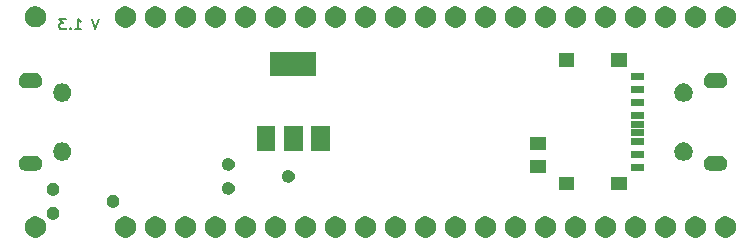
<source format=gbs>
G04 #@! TF.GenerationSoftware,KiCad,Pcbnew,(5.1.5)-3*
G04 #@! TF.CreationDate,2020-05-12T20:49:58+02:00*
G04 #@! TF.ProjectId,TinyK22,54696e79-4b32-4322-9e6b-696361645f70,1.0*
G04 #@! TF.SameCoordinates,Original*
G04 #@! TF.FileFunction,Soldermask,Bot*
G04 #@! TF.FilePolarity,Negative*
%FSLAX46Y46*%
G04 Gerber Fmt 4.6, Leading zero omitted, Abs format (unit mm)*
G04 Created by KiCad (PCBNEW (5.1.5)-3) date 2020-05-12 20:49:58*
%MOMM*%
%LPD*%
G04 APERTURE LIST*
%ADD10C,0.170000*%
%ADD11C,0.100000*%
G04 APERTURE END LIST*
D10*
X7803785Y-1507142D02*
X7503785Y-2407142D01*
X7203785Y-1507142D01*
X5746642Y-2407142D02*
X6260928Y-2407142D01*
X6003785Y-2407142D02*
X6003785Y-1507142D01*
X6089500Y-1635714D01*
X6175214Y-1721428D01*
X6260928Y-1764285D01*
X5360928Y-2321428D02*
X5318071Y-2364285D01*
X5360928Y-2407142D01*
X5403785Y-2364285D01*
X5360928Y-2321428D01*
X5360928Y-2407142D01*
X5018071Y-1507142D02*
X4460928Y-1507142D01*
X4760928Y-1850000D01*
X4632357Y-1850000D01*
X4546642Y-1892857D01*
X4503785Y-1935714D01*
X4460928Y-2021428D01*
X4460928Y-2235714D01*
X4503785Y-2321428D01*
X4546642Y-2364285D01*
X4632357Y-2407142D01*
X4889500Y-2407142D01*
X4975214Y-2364285D01*
X5018071Y-2321428D01*
D11*
G36*
X56027520Y-18274586D02*
G01*
X56191310Y-18342430D01*
X56338717Y-18440924D01*
X56464076Y-18566283D01*
X56562570Y-18713690D01*
X56630414Y-18877480D01*
X56665000Y-19051358D01*
X56665000Y-19228642D01*
X56630414Y-19402520D01*
X56562570Y-19566310D01*
X56464076Y-19713717D01*
X56338717Y-19839076D01*
X56191310Y-19937570D01*
X56027520Y-20005414D01*
X55853642Y-20040000D01*
X55676358Y-20040000D01*
X55502480Y-20005414D01*
X55338690Y-19937570D01*
X55191283Y-19839076D01*
X55065924Y-19713717D01*
X54967430Y-19566310D01*
X54899586Y-19402520D01*
X54865000Y-19228642D01*
X54865000Y-19051358D01*
X54899586Y-18877480D01*
X54967430Y-18713690D01*
X55065924Y-18566283D01*
X55191283Y-18440924D01*
X55338690Y-18342430D01*
X55502480Y-18274586D01*
X55676358Y-18240000D01*
X55853642Y-18240000D01*
X56027520Y-18274586D01*
G37*
G36*
X38247520Y-18274586D02*
G01*
X38411310Y-18342430D01*
X38558717Y-18440924D01*
X38684076Y-18566283D01*
X38782570Y-18713690D01*
X38850414Y-18877480D01*
X38885000Y-19051358D01*
X38885000Y-19228642D01*
X38850414Y-19402520D01*
X38782570Y-19566310D01*
X38684076Y-19713717D01*
X38558717Y-19839076D01*
X38411310Y-19937570D01*
X38247520Y-20005414D01*
X38073642Y-20040000D01*
X37896358Y-20040000D01*
X37722480Y-20005414D01*
X37558690Y-19937570D01*
X37411283Y-19839076D01*
X37285924Y-19713717D01*
X37187430Y-19566310D01*
X37119586Y-19402520D01*
X37085000Y-19228642D01*
X37085000Y-19051358D01*
X37119586Y-18877480D01*
X37187430Y-18713690D01*
X37285924Y-18566283D01*
X37411283Y-18440924D01*
X37558690Y-18342430D01*
X37722480Y-18274586D01*
X37896358Y-18240000D01*
X38073642Y-18240000D01*
X38247520Y-18274586D01*
G37*
G36*
X61107520Y-18274586D02*
G01*
X61271310Y-18342430D01*
X61418717Y-18440924D01*
X61544076Y-18566283D01*
X61642570Y-18713690D01*
X61710414Y-18877480D01*
X61745000Y-19051358D01*
X61745000Y-19228642D01*
X61710414Y-19402520D01*
X61642570Y-19566310D01*
X61544076Y-19713717D01*
X61418717Y-19839076D01*
X61271310Y-19937570D01*
X61107520Y-20005414D01*
X60933642Y-20040000D01*
X60756358Y-20040000D01*
X60582480Y-20005414D01*
X60418690Y-19937570D01*
X60271283Y-19839076D01*
X60145924Y-19713717D01*
X60047430Y-19566310D01*
X59979586Y-19402520D01*
X59945000Y-19228642D01*
X59945000Y-19051358D01*
X59979586Y-18877480D01*
X60047430Y-18713690D01*
X60145924Y-18566283D01*
X60271283Y-18440924D01*
X60418690Y-18342430D01*
X60582480Y-18274586D01*
X60756358Y-18240000D01*
X60933642Y-18240000D01*
X61107520Y-18274586D01*
G37*
G36*
X58567520Y-18274586D02*
G01*
X58731310Y-18342430D01*
X58878717Y-18440924D01*
X59004076Y-18566283D01*
X59102570Y-18713690D01*
X59170414Y-18877480D01*
X59205000Y-19051358D01*
X59205000Y-19228642D01*
X59170414Y-19402520D01*
X59102570Y-19566310D01*
X59004076Y-19713717D01*
X58878717Y-19839076D01*
X58731310Y-19937570D01*
X58567520Y-20005414D01*
X58393642Y-20040000D01*
X58216358Y-20040000D01*
X58042480Y-20005414D01*
X57878690Y-19937570D01*
X57731283Y-19839076D01*
X57605924Y-19713717D01*
X57507430Y-19566310D01*
X57439586Y-19402520D01*
X57405000Y-19228642D01*
X57405000Y-19051358D01*
X57439586Y-18877480D01*
X57507430Y-18713690D01*
X57605924Y-18566283D01*
X57731283Y-18440924D01*
X57878690Y-18342430D01*
X58042480Y-18274586D01*
X58216358Y-18240000D01*
X58393642Y-18240000D01*
X58567520Y-18274586D01*
G37*
G36*
X53487520Y-18274586D02*
G01*
X53651310Y-18342430D01*
X53798717Y-18440924D01*
X53924076Y-18566283D01*
X54022570Y-18713690D01*
X54090414Y-18877480D01*
X54125000Y-19051358D01*
X54125000Y-19228642D01*
X54090414Y-19402520D01*
X54022570Y-19566310D01*
X53924076Y-19713717D01*
X53798717Y-19839076D01*
X53651310Y-19937570D01*
X53487520Y-20005414D01*
X53313642Y-20040000D01*
X53136358Y-20040000D01*
X52962480Y-20005414D01*
X52798690Y-19937570D01*
X52651283Y-19839076D01*
X52525924Y-19713717D01*
X52427430Y-19566310D01*
X52359586Y-19402520D01*
X52325000Y-19228642D01*
X52325000Y-19051358D01*
X52359586Y-18877480D01*
X52427430Y-18713690D01*
X52525924Y-18566283D01*
X52651283Y-18440924D01*
X52798690Y-18342430D01*
X52962480Y-18274586D01*
X53136358Y-18240000D01*
X53313642Y-18240000D01*
X53487520Y-18274586D01*
G37*
G36*
X50947520Y-18274586D02*
G01*
X51111310Y-18342430D01*
X51258717Y-18440924D01*
X51384076Y-18566283D01*
X51482570Y-18713690D01*
X51550414Y-18877480D01*
X51585000Y-19051358D01*
X51585000Y-19228642D01*
X51550414Y-19402520D01*
X51482570Y-19566310D01*
X51384076Y-19713717D01*
X51258717Y-19839076D01*
X51111310Y-19937570D01*
X50947520Y-20005414D01*
X50773642Y-20040000D01*
X50596358Y-20040000D01*
X50422480Y-20005414D01*
X50258690Y-19937570D01*
X50111283Y-19839076D01*
X49985924Y-19713717D01*
X49887430Y-19566310D01*
X49819586Y-19402520D01*
X49785000Y-19228642D01*
X49785000Y-19051358D01*
X49819586Y-18877480D01*
X49887430Y-18713690D01*
X49985924Y-18566283D01*
X50111283Y-18440924D01*
X50258690Y-18342430D01*
X50422480Y-18274586D01*
X50596358Y-18240000D01*
X50773642Y-18240000D01*
X50947520Y-18274586D01*
G37*
G36*
X48407520Y-18274586D02*
G01*
X48571310Y-18342430D01*
X48718717Y-18440924D01*
X48844076Y-18566283D01*
X48942570Y-18713690D01*
X49010414Y-18877480D01*
X49045000Y-19051358D01*
X49045000Y-19228642D01*
X49010414Y-19402520D01*
X48942570Y-19566310D01*
X48844076Y-19713717D01*
X48718717Y-19839076D01*
X48571310Y-19937570D01*
X48407520Y-20005414D01*
X48233642Y-20040000D01*
X48056358Y-20040000D01*
X47882480Y-20005414D01*
X47718690Y-19937570D01*
X47571283Y-19839076D01*
X47445924Y-19713717D01*
X47347430Y-19566310D01*
X47279586Y-19402520D01*
X47245000Y-19228642D01*
X47245000Y-19051358D01*
X47279586Y-18877480D01*
X47347430Y-18713690D01*
X47445924Y-18566283D01*
X47571283Y-18440924D01*
X47718690Y-18342430D01*
X47882480Y-18274586D01*
X48056358Y-18240000D01*
X48233642Y-18240000D01*
X48407520Y-18274586D01*
G37*
G36*
X45867520Y-18274586D02*
G01*
X46031310Y-18342430D01*
X46178717Y-18440924D01*
X46304076Y-18566283D01*
X46402570Y-18713690D01*
X46470414Y-18877480D01*
X46505000Y-19051358D01*
X46505000Y-19228642D01*
X46470414Y-19402520D01*
X46402570Y-19566310D01*
X46304076Y-19713717D01*
X46178717Y-19839076D01*
X46031310Y-19937570D01*
X45867520Y-20005414D01*
X45693642Y-20040000D01*
X45516358Y-20040000D01*
X45342480Y-20005414D01*
X45178690Y-19937570D01*
X45031283Y-19839076D01*
X44905924Y-19713717D01*
X44807430Y-19566310D01*
X44739586Y-19402520D01*
X44705000Y-19228642D01*
X44705000Y-19051358D01*
X44739586Y-18877480D01*
X44807430Y-18713690D01*
X44905924Y-18566283D01*
X45031283Y-18440924D01*
X45178690Y-18342430D01*
X45342480Y-18274586D01*
X45516358Y-18240000D01*
X45693642Y-18240000D01*
X45867520Y-18274586D01*
G37*
G36*
X43327520Y-18274586D02*
G01*
X43491310Y-18342430D01*
X43638717Y-18440924D01*
X43764076Y-18566283D01*
X43862570Y-18713690D01*
X43930414Y-18877480D01*
X43965000Y-19051358D01*
X43965000Y-19228642D01*
X43930414Y-19402520D01*
X43862570Y-19566310D01*
X43764076Y-19713717D01*
X43638717Y-19839076D01*
X43491310Y-19937570D01*
X43327520Y-20005414D01*
X43153642Y-20040000D01*
X42976358Y-20040000D01*
X42802480Y-20005414D01*
X42638690Y-19937570D01*
X42491283Y-19839076D01*
X42365924Y-19713717D01*
X42267430Y-19566310D01*
X42199586Y-19402520D01*
X42165000Y-19228642D01*
X42165000Y-19051358D01*
X42199586Y-18877480D01*
X42267430Y-18713690D01*
X42365924Y-18566283D01*
X42491283Y-18440924D01*
X42638690Y-18342430D01*
X42802480Y-18274586D01*
X42976358Y-18240000D01*
X43153642Y-18240000D01*
X43327520Y-18274586D01*
G37*
G36*
X40787520Y-18274586D02*
G01*
X40951310Y-18342430D01*
X41098717Y-18440924D01*
X41224076Y-18566283D01*
X41322570Y-18713690D01*
X41390414Y-18877480D01*
X41425000Y-19051358D01*
X41425000Y-19228642D01*
X41390414Y-19402520D01*
X41322570Y-19566310D01*
X41224076Y-19713717D01*
X41098717Y-19839076D01*
X40951310Y-19937570D01*
X40787520Y-20005414D01*
X40613642Y-20040000D01*
X40436358Y-20040000D01*
X40262480Y-20005414D01*
X40098690Y-19937570D01*
X39951283Y-19839076D01*
X39825924Y-19713717D01*
X39727430Y-19566310D01*
X39659586Y-19402520D01*
X39625000Y-19228642D01*
X39625000Y-19051358D01*
X39659586Y-18877480D01*
X39727430Y-18713690D01*
X39825924Y-18566283D01*
X39951283Y-18440924D01*
X40098690Y-18342430D01*
X40262480Y-18274586D01*
X40436358Y-18240000D01*
X40613642Y-18240000D01*
X40787520Y-18274586D01*
G37*
G36*
X2687520Y-18274586D02*
G01*
X2851310Y-18342430D01*
X2998717Y-18440924D01*
X3124076Y-18566283D01*
X3222570Y-18713690D01*
X3290414Y-18877480D01*
X3325000Y-19051358D01*
X3325000Y-19228642D01*
X3290414Y-19402520D01*
X3222570Y-19566310D01*
X3124076Y-19713717D01*
X2998717Y-19839076D01*
X2851310Y-19937570D01*
X2687520Y-20005414D01*
X2513642Y-20040000D01*
X2336358Y-20040000D01*
X2162480Y-20005414D01*
X1998690Y-19937570D01*
X1851283Y-19839076D01*
X1725924Y-19713717D01*
X1627430Y-19566310D01*
X1559586Y-19402520D01*
X1525000Y-19228642D01*
X1525000Y-19051358D01*
X1559586Y-18877480D01*
X1627430Y-18713690D01*
X1725924Y-18566283D01*
X1851283Y-18440924D01*
X1998690Y-18342430D01*
X2162480Y-18274586D01*
X2336358Y-18240000D01*
X2513642Y-18240000D01*
X2687520Y-18274586D01*
G37*
G36*
X33167520Y-18274586D02*
G01*
X33331310Y-18342430D01*
X33478717Y-18440924D01*
X33604076Y-18566283D01*
X33702570Y-18713690D01*
X33770414Y-18877480D01*
X33805000Y-19051358D01*
X33805000Y-19228642D01*
X33770414Y-19402520D01*
X33702570Y-19566310D01*
X33604076Y-19713717D01*
X33478717Y-19839076D01*
X33331310Y-19937570D01*
X33167520Y-20005414D01*
X32993642Y-20040000D01*
X32816358Y-20040000D01*
X32642480Y-20005414D01*
X32478690Y-19937570D01*
X32331283Y-19839076D01*
X32205924Y-19713717D01*
X32107430Y-19566310D01*
X32039586Y-19402520D01*
X32005000Y-19228642D01*
X32005000Y-19051358D01*
X32039586Y-18877480D01*
X32107430Y-18713690D01*
X32205924Y-18566283D01*
X32331283Y-18440924D01*
X32478690Y-18342430D01*
X32642480Y-18274586D01*
X32816358Y-18240000D01*
X32993642Y-18240000D01*
X33167520Y-18274586D01*
G37*
G36*
X10307520Y-18274586D02*
G01*
X10471310Y-18342430D01*
X10618717Y-18440924D01*
X10744076Y-18566283D01*
X10842570Y-18713690D01*
X10910414Y-18877480D01*
X10945000Y-19051358D01*
X10945000Y-19228642D01*
X10910414Y-19402520D01*
X10842570Y-19566310D01*
X10744076Y-19713717D01*
X10618717Y-19839076D01*
X10471310Y-19937570D01*
X10307520Y-20005414D01*
X10133642Y-20040000D01*
X9956358Y-20040000D01*
X9782480Y-20005414D01*
X9618690Y-19937570D01*
X9471283Y-19839076D01*
X9345924Y-19713717D01*
X9247430Y-19566310D01*
X9179586Y-19402520D01*
X9145000Y-19228642D01*
X9145000Y-19051358D01*
X9179586Y-18877480D01*
X9247430Y-18713690D01*
X9345924Y-18566283D01*
X9471283Y-18440924D01*
X9618690Y-18342430D01*
X9782480Y-18274586D01*
X9956358Y-18240000D01*
X10133642Y-18240000D01*
X10307520Y-18274586D01*
G37*
G36*
X12847520Y-18274586D02*
G01*
X13011310Y-18342430D01*
X13158717Y-18440924D01*
X13284076Y-18566283D01*
X13382570Y-18713690D01*
X13450414Y-18877480D01*
X13485000Y-19051358D01*
X13485000Y-19228642D01*
X13450414Y-19402520D01*
X13382570Y-19566310D01*
X13284076Y-19713717D01*
X13158717Y-19839076D01*
X13011310Y-19937570D01*
X12847520Y-20005414D01*
X12673642Y-20040000D01*
X12496358Y-20040000D01*
X12322480Y-20005414D01*
X12158690Y-19937570D01*
X12011283Y-19839076D01*
X11885924Y-19713717D01*
X11787430Y-19566310D01*
X11719586Y-19402520D01*
X11685000Y-19228642D01*
X11685000Y-19051358D01*
X11719586Y-18877480D01*
X11787430Y-18713690D01*
X11885924Y-18566283D01*
X12011283Y-18440924D01*
X12158690Y-18342430D01*
X12322480Y-18274586D01*
X12496358Y-18240000D01*
X12673642Y-18240000D01*
X12847520Y-18274586D01*
G37*
G36*
X15387520Y-18274586D02*
G01*
X15551310Y-18342430D01*
X15698717Y-18440924D01*
X15824076Y-18566283D01*
X15922570Y-18713690D01*
X15990414Y-18877480D01*
X16025000Y-19051358D01*
X16025000Y-19228642D01*
X15990414Y-19402520D01*
X15922570Y-19566310D01*
X15824076Y-19713717D01*
X15698717Y-19839076D01*
X15551310Y-19937570D01*
X15387520Y-20005414D01*
X15213642Y-20040000D01*
X15036358Y-20040000D01*
X14862480Y-20005414D01*
X14698690Y-19937570D01*
X14551283Y-19839076D01*
X14425924Y-19713717D01*
X14327430Y-19566310D01*
X14259586Y-19402520D01*
X14225000Y-19228642D01*
X14225000Y-19051358D01*
X14259586Y-18877480D01*
X14327430Y-18713690D01*
X14425924Y-18566283D01*
X14551283Y-18440924D01*
X14698690Y-18342430D01*
X14862480Y-18274586D01*
X15036358Y-18240000D01*
X15213642Y-18240000D01*
X15387520Y-18274586D01*
G37*
G36*
X17927520Y-18274586D02*
G01*
X18091310Y-18342430D01*
X18238717Y-18440924D01*
X18364076Y-18566283D01*
X18462570Y-18713690D01*
X18530414Y-18877480D01*
X18565000Y-19051358D01*
X18565000Y-19228642D01*
X18530414Y-19402520D01*
X18462570Y-19566310D01*
X18364076Y-19713717D01*
X18238717Y-19839076D01*
X18091310Y-19937570D01*
X17927520Y-20005414D01*
X17753642Y-20040000D01*
X17576358Y-20040000D01*
X17402480Y-20005414D01*
X17238690Y-19937570D01*
X17091283Y-19839076D01*
X16965924Y-19713717D01*
X16867430Y-19566310D01*
X16799586Y-19402520D01*
X16765000Y-19228642D01*
X16765000Y-19051358D01*
X16799586Y-18877480D01*
X16867430Y-18713690D01*
X16965924Y-18566283D01*
X17091283Y-18440924D01*
X17238690Y-18342430D01*
X17402480Y-18274586D01*
X17576358Y-18240000D01*
X17753642Y-18240000D01*
X17927520Y-18274586D01*
G37*
G36*
X20467520Y-18274586D02*
G01*
X20631310Y-18342430D01*
X20778717Y-18440924D01*
X20904076Y-18566283D01*
X21002570Y-18713690D01*
X21070414Y-18877480D01*
X21105000Y-19051358D01*
X21105000Y-19228642D01*
X21070414Y-19402520D01*
X21002570Y-19566310D01*
X20904076Y-19713717D01*
X20778717Y-19839076D01*
X20631310Y-19937570D01*
X20467520Y-20005414D01*
X20293642Y-20040000D01*
X20116358Y-20040000D01*
X19942480Y-20005414D01*
X19778690Y-19937570D01*
X19631283Y-19839076D01*
X19505924Y-19713717D01*
X19407430Y-19566310D01*
X19339586Y-19402520D01*
X19305000Y-19228642D01*
X19305000Y-19051358D01*
X19339586Y-18877480D01*
X19407430Y-18713690D01*
X19505924Y-18566283D01*
X19631283Y-18440924D01*
X19778690Y-18342430D01*
X19942480Y-18274586D01*
X20116358Y-18240000D01*
X20293642Y-18240000D01*
X20467520Y-18274586D01*
G37*
G36*
X25547520Y-18274586D02*
G01*
X25711310Y-18342430D01*
X25858717Y-18440924D01*
X25984076Y-18566283D01*
X26082570Y-18713690D01*
X26150414Y-18877480D01*
X26185000Y-19051358D01*
X26185000Y-19228642D01*
X26150414Y-19402520D01*
X26082570Y-19566310D01*
X25984076Y-19713717D01*
X25858717Y-19839076D01*
X25711310Y-19937570D01*
X25547520Y-20005414D01*
X25373642Y-20040000D01*
X25196358Y-20040000D01*
X25022480Y-20005414D01*
X24858690Y-19937570D01*
X24711283Y-19839076D01*
X24585924Y-19713717D01*
X24487430Y-19566310D01*
X24419586Y-19402520D01*
X24385000Y-19228642D01*
X24385000Y-19051358D01*
X24419586Y-18877480D01*
X24487430Y-18713690D01*
X24585924Y-18566283D01*
X24711283Y-18440924D01*
X24858690Y-18342430D01*
X25022480Y-18274586D01*
X25196358Y-18240000D01*
X25373642Y-18240000D01*
X25547520Y-18274586D01*
G37*
G36*
X35707520Y-18274586D02*
G01*
X35871310Y-18342430D01*
X36018717Y-18440924D01*
X36144076Y-18566283D01*
X36242570Y-18713690D01*
X36310414Y-18877480D01*
X36345000Y-19051358D01*
X36345000Y-19228642D01*
X36310414Y-19402520D01*
X36242570Y-19566310D01*
X36144076Y-19713717D01*
X36018717Y-19839076D01*
X35871310Y-19937570D01*
X35707520Y-20005414D01*
X35533642Y-20040000D01*
X35356358Y-20040000D01*
X35182480Y-20005414D01*
X35018690Y-19937570D01*
X34871283Y-19839076D01*
X34745924Y-19713717D01*
X34647430Y-19566310D01*
X34579586Y-19402520D01*
X34545000Y-19228642D01*
X34545000Y-19051358D01*
X34579586Y-18877480D01*
X34647430Y-18713690D01*
X34745924Y-18566283D01*
X34871283Y-18440924D01*
X35018690Y-18342430D01*
X35182480Y-18274586D01*
X35356358Y-18240000D01*
X35533642Y-18240000D01*
X35707520Y-18274586D01*
G37*
G36*
X30627520Y-18274586D02*
G01*
X30791310Y-18342430D01*
X30938717Y-18440924D01*
X31064076Y-18566283D01*
X31162570Y-18713690D01*
X31230414Y-18877480D01*
X31265000Y-19051358D01*
X31265000Y-19228642D01*
X31230414Y-19402520D01*
X31162570Y-19566310D01*
X31064076Y-19713717D01*
X30938717Y-19839076D01*
X30791310Y-19937570D01*
X30627520Y-20005414D01*
X30453642Y-20040000D01*
X30276358Y-20040000D01*
X30102480Y-20005414D01*
X29938690Y-19937570D01*
X29791283Y-19839076D01*
X29665924Y-19713717D01*
X29567430Y-19566310D01*
X29499586Y-19402520D01*
X29465000Y-19228642D01*
X29465000Y-19051358D01*
X29499586Y-18877480D01*
X29567430Y-18713690D01*
X29665924Y-18566283D01*
X29791283Y-18440924D01*
X29938690Y-18342430D01*
X30102480Y-18274586D01*
X30276358Y-18240000D01*
X30453642Y-18240000D01*
X30627520Y-18274586D01*
G37*
G36*
X23007520Y-18274586D02*
G01*
X23171310Y-18342430D01*
X23318717Y-18440924D01*
X23444076Y-18566283D01*
X23542570Y-18713690D01*
X23610414Y-18877480D01*
X23645000Y-19051358D01*
X23645000Y-19228642D01*
X23610414Y-19402520D01*
X23542570Y-19566310D01*
X23444076Y-19713717D01*
X23318717Y-19839076D01*
X23171310Y-19937570D01*
X23007520Y-20005414D01*
X22833642Y-20040000D01*
X22656358Y-20040000D01*
X22482480Y-20005414D01*
X22318690Y-19937570D01*
X22171283Y-19839076D01*
X22045924Y-19713717D01*
X21947430Y-19566310D01*
X21879586Y-19402520D01*
X21845000Y-19228642D01*
X21845000Y-19051358D01*
X21879586Y-18877480D01*
X21947430Y-18713690D01*
X22045924Y-18566283D01*
X22171283Y-18440924D01*
X22318690Y-18342430D01*
X22482480Y-18274586D01*
X22656358Y-18240000D01*
X22833642Y-18240000D01*
X23007520Y-18274586D01*
G37*
G36*
X28087520Y-18274586D02*
G01*
X28251310Y-18342430D01*
X28398717Y-18440924D01*
X28524076Y-18566283D01*
X28622570Y-18713690D01*
X28690414Y-18877480D01*
X28725000Y-19051358D01*
X28725000Y-19228642D01*
X28690414Y-19402520D01*
X28622570Y-19566310D01*
X28524076Y-19713717D01*
X28398717Y-19839076D01*
X28251310Y-19937570D01*
X28087520Y-20005414D01*
X27913642Y-20040000D01*
X27736358Y-20040000D01*
X27562480Y-20005414D01*
X27398690Y-19937570D01*
X27251283Y-19839076D01*
X27125924Y-19713717D01*
X27027430Y-19566310D01*
X26959586Y-19402520D01*
X26925000Y-19228642D01*
X26925000Y-19051358D01*
X26959586Y-18877480D01*
X27027430Y-18713690D01*
X27125924Y-18566283D01*
X27251283Y-18440924D01*
X27398690Y-18342430D01*
X27562480Y-18274586D01*
X27736358Y-18240000D01*
X27913642Y-18240000D01*
X28087520Y-18274586D01*
G37*
G36*
X4069058Y-17441656D02*
G01*
X4168296Y-17482762D01*
X4257608Y-17542438D01*
X4333562Y-17618392D01*
X4393238Y-17707704D01*
X4434344Y-17806942D01*
X4455300Y-17912293D01*
X4455300Y-18019707D01*
X4434344Y-18125058D01*
X4393238Y-18224296D01*
X4333562Y-18313608D01*
X4257608Y-18389562D01*
X4168296Y-18449238D01*
X4069058Y-18490344D01*
X3963707Y-18511300D01*
X3856293Y-18511300D01*
X3750942Y-18490344D01*
X3651704Y-18449238D01*
X3562392Y-18389562D01*
X3486438Y-18313608D01*
X3426762Y-18224296D01*
X3385656Y-18125058D01*
X3364700Y-18019707D01*
X3364700Y-17912293D01*
X3385656Y-17806942D01*
X3426762Y-17707704D01*
X3486438Y-17618392D01*
X3562392Y-17542438D01*
X3651704Y-17482762D01*
X3750942Y-17441656D01*
X3856293Y-17420700D01*
X3963707Y-17420700D01*
X4069058Y-17441656D01*
G37*
G36*
X9149058Y-16425656D02*
G01*
X9248296Y-16466762D01*
X9337608Y-16526438D01*
X9413562Y-16602392D01*
X9473238Y-16691704D01*
X9514344Y-16790942D01*
X9535300Y-16896293D01*
X9535300Y-17003707D01*
X9514344Y-17109058D01*
X9473238Y-17208296D01*
X9413562Y-17297608D01*
X9337608Y-17373562D01*
X9248296Y-17433238D01*
X9149058Y-17474344D01*
X9043707Y-17495300D01*
X8936293Y-17495300D01*
X8830942Y-17474344D01*
X8731704Y-17433238D01*
X8642392Y-17373562D01*
X8566438Y-17297608D01*
X8506762Y-17208296D01*
X8465656Y-17109058D01*
X8444700Y-17003707D01*
X8444700Y-16896293D01*
X8465656Y-16790942D01*
X8506762Y-16691704D01*
X8566438Y-16602392D01*
X8642392Y-16526438D01*
X8731704Y-16466762D01*
X8830942Y-16425656D01*
X8936293Y-16404700D01*
X9043707Y-16404700D01*
X9149058Y-16425656D01*
G37*
G36*
X4069058Y-15409656D02*
G01*
X4168296Y-15450762D01*
X4257608Y-15510438D01*
X4333562Y-15586392D01*
X4393238Y-15675704D01*
X4434344Y-15774942D01*
X4455300Y-15880293D01*
X4455300Y-15987707D01*
X4434344Y-16093058D01*
X4393238Y-16192296D01*
X4333562Y-16281608D01*
X4257608Y-16357562D01*
X4168296Y-16417238D01*
X4069058Y-16458344D01*
X3963707Y-16479300D01*
X3856293Y-16479300D01*
X3750942Y-16458344D01*
X3651704Y-16417238D01*
X3562392Y-16357562D01*
X3486438Y-16281608D01*
X3426762Y-16192296D01*
X3385656Y-16093058D01*
X3364700Y-15987707D01*
X3364700Y-15880293D01*
X3385656Y-15774942D01*
X3426762Y-15675704D01*
X3486438Y-15586392D01*
X3562392Y-15510438D01*
X3651704Y-15450762D01*
X3750942Y-15409656D01*
X3856293Y-15388700D01*
X3963707Y-15388700D01*
X4069058Y-15409656D01*
G37*
G36*
X18919058Y-15341656D02*
G01*
X19018296Y-15382762D01*
X19107608Y-15442438D01*
X19183562Y-15518392D01*
X19243238Y-15607704D01*
X19284344Y-15706942D01*
X19305300Y-15812293D01*
X19305300Y-15919707D01*
X19284344Y-16025058D01*
X19243238Y-16124296D01*
X19183562Y-16213608D01*
X19107608Y-16289562D01*
X19018296Y-16349238D01*
X18919058Y-16390344D01*
X18813707Y-16411300D01*
X18706293Y-16411300D01*
X18600942Y-16390344D01*
X18501704Y-16349238D01*
X18412392Y-16289562D01*
X18336438Y-16213608D01*
X18276762Y-16124296D01*
X18235656Y-16025058D01*
X18214700Y-15919707D01*
X18214700Y-15812293D01*
X18235656Y-15706942D01*
X18276762Y-15607704D01*
X18336438Y-15518392D01*
X18412392Y-15442438D01*
X18501704Y-15382762D01*
X18600942Y-15341656D01*
X18706293Y-15320700D01*
X18813707Y-15320700D01*
X18919058Y-15341656D01*
G37*
G36*
X48020000Y-16050000D02*
G01*
X46720000Y-16050000D01*
X46720000Y-14900000D01*
X48020000Y-14900000D01*
X48020000Y-16050000D01*
G37*
G36*
X52470000Y-16050000D02*
G01*
X51170000Y-16050000D01*
X51170000Y-14900000D01*
X52470000Y-14900000D01*
X52470000Y-16050000D01*
G37*
G36*
X23999058Y-14325656D02*
G01*
X24098296Y-14366762D01*
X24187608Y-14426438D01*
X24263562Y-14502392D01*
X24323238Y-14591704D01*
X24364344Y-14690942D01*
X24385300Y-14796293D01*
X24385300Y-14903707D01*
X24364344Y-15009058D01*
X24323238Y-15108296D01*
X24263562Y-15197608D01*
X24187608Y-15273562D01*
X24098296Y-15333238D01*
X23999058Y-15374344D01*
X23893707Y-15395300D01*
X23786293Y-15395300D01*
X23680942Y-15374344D01*
X23581704Y-15333238D01*
X23492392Y-15273562D01*
X23416438Y-15197608D01*
X23356762Y-15108296D01*
X23315656Y-15009058D01*
X23294700Y-14903707D01*
X23294700Y-14796293D01*
X23315656Y-14690942D01*
X23356762Y-14591704D01*
X23416438Y-14502392D01*
X23492392Y-14426438D01*
X23581704Y-14366762D01*
X23680942Y-14325656D01*
X23786293Y-14304700D01*
X23893707Y-14304700D01*
X23999058Y-14325656D01*
G37*
G36*
X45675000Y-14600000D02*
G01*
X44325000Y-14600000D01*
X44325000Y-13500000D01*
X45675000Y-13500000D01*
X45675000Y-14600000D01*
G37*
G36*
X60477422Y-13109405D02*
G01*
X60599948Y-13146573D01*
X60599951Y-13146575D01*
X60599952Y-13146575D01*
X60712869Y-13206930D01*
X60811844Y-13288156D01*
X60893070Y-13387131D01*
X60946125Y-13486391D01*
X60953427Y-13500052D01*
X60990595Y-13622578D01*
X61003145Y-13750000D01*
X60990595Y-13877422D01*
X60953427Y-13999948D01*
X60953425Y-13999951D01*
X60953425Y-13999952D01*
X60893070Y-14112869D01*
X60811844Y-14211844D01*
X60712869Y-14293070D01*
X60599952Y-14353425D01*
X60599948Y-14353427D01*
X60477422Y-14390595D01*
X60381932Y-14400000D01*
X59618068Y-14400000D01*
X59522578Y-14390595D01*
X59400052Y-14353427D01*
X59400048Y-14353425D01*
X59287131Y-14293070D01*
X59188156Y-14211844D01*
X59106930Y-14112869D01*
X59046575Y-13999952D01*
X59046575Y-13999951D01*
X59046573Y-13999948D01*
X59009405Y-13877422D01*
X58996855Y-13750000D01*
X59009405Y-13622578D01*
X59046573Y-13500052D01*
X59053875Y-13486391D01*
X59106930Y-13387131D01*
X59188156Y-13288156D01*
X59287131Y-13206930D01*
X59400048Y-13146575D01*
X59400049Y-13146575D01*
X59400052Y-13146573D01*
X59522578Y-13109405D01*
X59618068Y-13100000D01*
X60381932Y-13100000D01*
X60477422Y-13109405D01*
G37*
G36*
X2477422Y-13109405D02*
G01*
X2599948Y-13146573D01*
X2599951Y-13146575D01*
X2599952Y-13146575D01*
X2712869Y-13206930D01*
X2811844Y-13288156D01*
X2893070Y-13387131D01*
X2946125Y-13486391D01*
X2953427Y-13500052D01*
X2990595Y-13622578D01*
X3003145Y-13750000D01*
X2990595Y-13877422D01*
X2953427Y-13999948D01*
X2953425Y-13999951D01*
X2953425Y-13999952D01*
X2893070Y-14112869D01*
X2811844Y-14211844D01*
X2712869Y-14293070D01*
X2599952Y-14353425D01*
X2599948Y-14353427D01*
X2477422Y-14390595D01*
X2381932Y-14400000D01*
X1618068Y-14400000D01*
X1522578Y-14390595D01*
X1400052Y-14353427D01*
X1400048Y-14353425D01*
X1287131Y-14293070D01*
X1188156Y-14211844D01*
X1106930Y-14112869D01*
X1046575Y-13999952D01*
X1046575Y-13999951D01*
X1046573Y-13999948D01*
X1009405Y-13877422D01*
X996855Y-13750000D01*
X1009405Y-13622578D01*
X1046573Y-13500052D01*
X1053875Y-13486391D01*
X1106930Y-13387131D01*
X1188156Y-13288156D01*
X1287131Y-13206930D01*
X1400048Y-13146575D01*
X1400049Y-13146575D01*
X1400052Y-13146573D01*
X1522578Y-13109405D01*
X1618068Y-13100000D01*
X2381932Y-13100000D01*
X2477422Y-13109405D01*
G37*
G36*
X53980000Y-14400000D02*
G01*
X52880000Y-14400000D01*
X52880000Y-13800000D01*
X53980000Y-13800000D01*
X53980000Y-14400000D01*
G37*
G36*
X18919058Y-13309656D02*
G01*
X19018296Y-13350762D01*
X19107608Y-13410438D01*
X19183562Y-13486392D01*
X19243238Y-13575704D01*
X19284344Y-13674942D01*
X19305300Y-13780293D01*
X19305300Y-13887707D01*
X19284344Y-13993058D01*
X19243238Y-14092296D01*
X19183562Y-14181608D01*
X19107608Y-14257562D01*
X19018296Y-14317238D01*
X18919058Y-14358344D01*
X18813707Y-14379300D01*
X18706293Y-14379300D01*
X18600942Y-14358344D01*
X18501704Y-14317238D01*
X18412392Y-14257562D01*
X18336438Y-14181608D01*
X18276762Y-14092296D01*
X18235656Y-13993058D01*
X18214700Y-13887707D01*
X18214700Y-13780293D01*
X18235656Y-13674942D01*
X18276762Y-13575704D01*
X18336438Y-13486392D01*
X18412392Y-13410438D01*
X18501704Y-13350762D01*
X18600942Y-13309656D01*
X18706293Y-13288700D01*
X18813707Y-13288700D01*
X18919058Y-13309656D01*
G37*
G36*
X57476150Y-11994855D02*
G01*
X57526060Y-12004783D01*
X57667100Y-12063203D01*
X57794035Y-12148019D01*
X57901981Y-12255965D01*
X57986797Y-12382900D01*
X58045217Y-12523940D01*
X58075000Y-12673671D01*
X58075000Y-12826329D01*
X58045217Y-12976060D01*
X57986797Y-13117100D01*
X57901981Y-13244035D01*
X57794035Y-13351981D01*
X57667100Y-13436797D01*
X57526060Y-13495217D01*
X57476150Y-13505145D01*
X57376331Y-13525000D01*
X57223669Y-13525000D01*
X57123850Y-13505145D01*
X57073940Y-13495217D01*
X56932900Y-13436797D01*
X56805965Y-13351981D01*
X56698019Y-13244035D01*
X56613203Y-13117100D01*
X56554783Y-12976060D01*
X56525000Y-12826329D01*
X56525000Y-12673671D01*
X56554783Y-12523940D01*
X56613203Y-12382900D01*
X56698019Y-12255965D01*
X56805965Y-12148019D01*
X56932900Y-12063203D01*
X57073940Y-12004783D01*
X57123850Y-11994855D01*
X57223669Y-11975000D01*
X57376331Y-11975000D01*
X57476150Y-11994855D01*
G37*
G36*
X4876150Y-11994855D02*
G01*
X4926060Y-12004783D01*
X5067100Y-12063203D01*
X5194035Y-12148019D01*
X5301981Y-12255965D01*
X5386797Y-12382900D01*
X5445217Y-12523940D01*
X5475000Y-12673671D01*
X5475000Y-12826329D01*
X5445217Y-12976060D01*
X5386797Y-13117100D01*
X5301981Y-13244035D01*
X5194035Y-13351981D01*
X5067100Y-13436797D01*
X4926060Y-13495217D01*
X4876150Y-13505145D01*
X4776331Y-13525000D01*
X4623669Y-13525000D01*
X4523850Y-13505145D01*
X4473940Y-13495217D01*
X4332900Y-13436797D01*
X4205965Y-13351981D01*
X4098019Y-13244035D01*
X4013203Y-13117100D01*
X3954783Y-12976060D01*
X3925000Y-12826329D01*
X3925000Y-12673671D01*
X3954783Y-12523940D01*
X4013203Y-12382900D01*
X4098019Y-12255965D01*
X4205965Y-12148019D01*
X4332900Y-12063203D01*
X4473940Y-12004783D01*
X4523850Y-11994855D01*
X4623669Y-11975000D01*
X4776331Y-11975000D01*
X4876150Y-11994855D01*
G37*
G36*
X53980000Y-13300000D02*
G01*
X52880000Y-13300000D01*
X52880000Y-12700000D01*
X53980000Y-12700000D01*
X53980000Y-13300000D01*
G37*
G36*
X22750000Y-12700000D02*
G01*
X21150000Y-12700000D01*
X21150000Y-10600000D01*
X22750000Y-10600000D01*
X22750000Y-12700000D01*
G37*
G36*
X25050000Y-12700000D02*
G01*
X23450000Y-12700000D01*
X23450000Y-10600000D01*
X25050000Y-10600000D01*
X25050000Y-12700000D01*
G37*
G36*
X27350000Y-12700000D02*
G01*
X25750000Y-12700000D01*
X25750000Y-10600000D01*
X27350000Y-10600000D01*
X27350000Y-12700000D01*
G37*
G36*
X45675000Y-12600000D02*
G01*
X44325000Y-12600000D01*
X44325000Y-11500000D01*
X45675000Y-11500000D01*
X45675000Y-12600000D01*
G37*
G36*
X53980000Y-12200000D02*
G01*
X52880000Y-12200000D01*
X52880000Y-11600000D01*
X53980000Y-11600000D01*
X53980000Y-12200000D01*
G37*
G36*
X53980000Y-11450000D02*
G01*
X52880000Y-11450000D01*
X52880000Y-10850000D01*
X53980000Y-10850000D01*
X53980000Y-11450000D01*
G37*
G36*
X53980000Y-10750000D02*
G01*
X52880000Y-10750000D01*
X52880000Y-10150000D01*
X53980000Y-10150000D01*
X53980000Y-10750000D01*
G37*
G36*
X53980000Y-10000000D02*
G01*
X52880000Y-10000000D01*
X52880000Y-9400000D01*
X53980000Y-9400000D01*
X53980000Y-10000000D01*
G37*
G36*
X53980000Y-8900000D02*
G01*
X52880000Y-8900000D01*
X52880000Y-8300000D01*
X53980000Y-8300000D01*
X53980000Y-8900000D01*
G37*
G36*
X4876150Y-6994855D02*
G01*
X4926060Y-7004783D01*
X5067100Y-7063203D01*
X5194035Y-7148019D01*
X5301981Y-7255965D01*
X5386797Y-7382900D01*
X5445217Y-7523940D01*
X5475000Y-7673671D01*
X5475000Y-7826329D01*
X5445217Y-7976060D01*
X5386797Y-8117100D01*
X5301981Y-8244035D01*
X5194035Y-8351981D01*
X5067100Y-8436797D01*
X4926060Y-8495217D01*
X4876150Y-8505145D01*
X4776331Y-8525000D01*
X4623669Y-8525000D01*
X4523850Y-8505145D01*
X4473940Y-8495217D01*
X4332900Y-8436797D01*
X4205965Y-8351981D01*
X4098019Y-8244035D01*
X4013203Y-8117100D01*
X3954783Y-7976060D01*
X3925000Y-7826329D01*
X3925000Y-7673671D01*
X3954783Y-7523940D01*
X4013203Y-7382900D01*
X4098019Y-7255965D01*
X4205965Y-7148019D01*
X4332900Y-7063203D01*
X4473940Y-7004783D01*
X4523850Y-6994855D01*
X4623669Y-6975000D01*
X4776331Y-6975000D01*
X4876150Y-6994855D01*
G37*
G36*
X57476150Y-6994855D02*
G01*
X57526060Y-7004783D01*
X57667100Y-7063203D01*
X57794035Y-7148019D01*
X57901981Y-7255965D01*
X57986797Y-7382900D01*
X58045217Y-7523940D01*
X58075000Y-7673671D01*
X58075000Y-7826329D01*
X58045217Y-7976060D01*
X57986797Y-8117100D01*
X57901981Y-8244035D01*
X57794035Y-8351981D01*
X57667100Y-8436797D01*
X57526060Y-8495217D01*
X57476150Y-8505145D01*
X57376331Y-8525000D01*
X57223669Y-8525000D01*
X57123850Y-8505145D01*
X57073940Y-8495217D01*
X56932900Y-8436797D01*
X56805965Y-8351981D01*
X56698019Y-8244035D01*
X56613203Y-8117100D01*
X56554783Y-7976060D01*
X56525000Y-7826329D01*
X56525000Y-7673671D01*
X56554783Y-7523940D01*
X56613203Y-7382900D01*
X56698019Y-7255965D01*
X56805965Y-7148019D01*
X56932900Y-7063203D01*
X57073940Y-7004783D01*
X57123850Y-6994855D01*
X57223669Y-6975000D01*
X57376331Y-6975000D01*
X57476150Y-6994855D01*
G37*
G36*
X53980000Y-7800000D02*
G01*
X52880000Y-7800000D01*
X52880000Y-7200000D01*
X53980000Y-7200000D01*
X53980000Y-7800000D01*
G37*
G36*
X60477422Y-6109405D02*
G01*
X60599948Y-6146573D01*
X60599951Y-6146575D01*
X60599952Y-6146575D01*
X60712869Y-6206930D01*
X60811844Y-6288156D01*
X60893070Y-6387131D01*
X60907990Y-6415045D01*
X60953427Y-6500052D01*
X60990595Y-6622578D01*
X61003145Y-6750000D01*
X60990595Y-6877422D01*
X60953427Y-6999948D01*
X60953425Y-6999951D01*
X60953425Y-6999952D01*
X60893070Y-7112869D01*
X60811844Y-7211844D01*
X60712869Y-7293070D01*
X60599952Y-7353425D01*
X60599948Y-7353427D01*
X60477422Y-7390595D01*
X60381932Y-7400000D01*
X59618068Y-7400000D01*
X59522578Y-7390595D01*
X59400052Y-7353427D01*
X59400048Y-7353425D01*
X59287131Y-7293070D01*
X59188156Y-7211844D01*
X59106930Y-7112869D01*
X59046575Y-6999952D01*
X59046575Y-6999951D01*
X59046573Y-6999948D01*
X59009405Y-6877422D01*
X58996855Y-6750000D01*
X59009405Y-6622578D01*
X59046573Y-6500052D01*
X59092010Y-6415045D01*
X59106930Y-6387131D01*
X59188156Y-6288156D01*
X59287131Y-6206930D01*
X59400048Y-6146575D01*
X59400049Y-6146575D01*
X59400052Y-6146573D01*
X59522578Y-6109405D01*
X59618068Y-6100000D01*
X60381932Y-6100000D01*
X60477422Y-6109405D01*
G37*
G36*
X2477422Y-6109405D02*
G01*
X2599948Y-6146573D01*
X2599951Y-6146575D01*
X2599952Y-6146575D01*
X2712869Y-6206930D01*
X2811844Y-6288156D01*
X2893070Y-6387131D01*
X2907990Y-6415045D01*
X2953427Y-6500052D01*
X2990595Y-6622578D01*
X3003145Y-6750000D01*
X2990595Y-6877422D01*
X2953427Y-6999948D01*
X2953425Y-6999951D01*
X2953425Y-6999952D01*
X2893070Y-7112869D01*
X2811844Y-7211844D01*
X2712869Y-7293070D01*
X2599952Y-7353425D01*
X2599948Y-7353427D01*
X2477422Y-7390595D01*
X2381932Y-7400000D01*
X1618068Y-7400000D01*
X1522578Y-7390595D01*
X1400052Y-7353427D01*
X1400048Y-7353425D01*
X1287131Y-7293070D01*
X1188156Y-7211844D01*
X1106930Y-7112869D01*
X1046575Y-6999952D01*
X1046575Y-6999951D01*
X1046573Y-6999948D01*
X1009405Y-6877422D01*
X996855Y-6750000D01*
X1009405Y-6622578D01*
X1046573Y-6500052D01*
X1092010Y-6415045D01*
X1106930Y-6387131D01*
X1188156Y-6288156D01*
X1287131Y-6206930D01*
X1400048Y-6146575D01*
X1400049Y-6146575D01*
X1400052Y-6146573D01*
X1522578Y-6109405D01*
X1618068Y-6100000D01*
X2381932Y-6100000D01*
X2477422Y-6109405D01*
G37*
G36*
X53980000Y-6700000D02*
G01*
X52880000Y-6700000D01*
X52880000Y-6100000D01*
X53980000Y-6100000D01*
X53980000Y-6700000D01*
G37*
G36*
X26200000Y-6400000D02*
G01*
X22300000Y-6400000D01*
X22300000Y-4300000D01*
X26200000Y-4300000D01*
X26200000Y-6400000D01*
G37*
G36*
X48020000Y-5600000D02*
G01*
X46720000Y-5600000D01*
X46720000Y-4450000D01*
X48020000Y-4450000D01*
X48020000Y-5600000D01*
G37*
G36*
X52470000Y-5600000D02*
G01*
X51170000Y-5600000D01*
X51170000Y-4450000D01*
X52470000Y-4450000D01*
X52470000Y-5600000D01*
G37*
G36*
X10307520Y-494586D02*
G01*
X10471310Y-562430D01*
X10618717Y-660924D01*
X10744076Y-786283D01*
X10842570Y-933690D01*
X10910414Y-1097480D01*
X10945000Y-1271358D01*
X10945000Y-1448642D01*
X10910414Y-1622520D01*
X10842570Y-1786310D01*
X10744076Y-1933717D01*
X10618717Y-2059076D01*
X10471310Y-2157570D01*
X10307520Y-2225414D01*
X10133642Y-2260000D01*
X9956358Y-2260000D01*
X9782480Y-2225414D01*
X9618690Y-2157570D01*
X9471283Y-2059076D01*
X9345924Y-1933717D01*
X9247430Y-1786310D01*
X9179586Y-1622520D01*
X9145000Y-1448642D01*
X9145000Y-1271358D01*
X9179586Y-1097480D01*
X9247430Y-933690D01*
X9345924Y-786283D01*
X9471283Y-660924D01*
X9618690Y-562430D01*
X9782480Y-494586D01*
X9956358Y-460000D01*
X10133642Y-460000D01*
X10307520Y-494586D01*
G37*
G36*
X12847520Y-494586D02*
G01*
X13011310Y-562430D01*
X13158717Y-660924D01*
X13284076Y-786283D01*
X13382570Y-933690D01*
X13450414Y-1097480D01*
X13485000Y-1271358D01*
X13485000Y-1448642D01*
X13450414Y-1622520D01*
X13382570Y-1786310D01*
X13284076Y-1933717D01*
X13158717Y-2059076D01*
X13011310Y-2157570D01*
X12847520Y-2225414D01*
X12673642Y-2260000D01*
X12496358Y-2260000D01*
X12322480Y-2225414D01*
X12158690Y-2157570D01*
X12011283Y-2059076D01*
X11885924Y-1933717D01*
X11787430Y-1786310D01*
X11719586Y-1622520D01*
X11685000Y-1448642D01*
X11685000Y-1271358D01*
X11719586Y-1097480D01*
X11787430Y-933690D01*
X11885924Y-786283D01*
X12011283Y-660924D01*
X12158690Y-562430D01*
X12322480Y-494586D01*
X12496358Y-460000D01*
X12673642Y-460000D01*
X12847520Y-494586D01*
G37*
G36*
X15387520Y-494586D02*
G01*
X15551310Y-562430D01*
X15698717Y-660924D01*
X15824076Y-786283D01*
X15922570Y-933690D01*
X15990414Y-1097480D01*
X16025000Y-1271358D01*
X16025000Y-1448642D01*
X15990414Y-1622520D01*
X15922570Y-1786310D01*
X15824076Y-1933717D01*
X15698717Y-2059076D01*
X15551310Y-2157570D01*
X15387520Y-2225414D01*
X15213642Y-2260000D01*
X15036358Y-2260000D01*
X14862480Y-2225414D01*
X14698690Y-2157570D01*
X14551283Y-2059076D01*
X14425924Y-1933717D01*
X14327430Y-1786310D01*
X14259586Y-1622520D01*
X14225000Y-1448642D01*
X14225000Y-1271358D01*
X14259586Y-1097480D01*
X14327430Y-933690D01*
X14425924Y-786283D01*
X14551283Y-660924D01*
X14698690Y-562430D01*
X14862480Y-494586D01*
X15036358Y-460000D01*
X15213642Y-460000D01*
X15387520Y-494586D01*
G37*
G36*
X38247520Y-494586D02*
G01*
X38411310Y-562430D01*
X38558717Y-660924D01*
X38684076Y-786283D01*
X38782570Y-933690D01*
X38850414Y-1097480D01*
X38885000Y-1271358D01*
X38885000Y-1448642D01*
X38850414Y-1622520D01*
X38782570Y-1786310D01*
X38684076Y-1933717D01*
X38558717Y-2059076D01*
X38411310Y-2157570D01*
X38247520Y-2225414D01*
X38073642Y-2260000D01*
X37896358Y-2260000D01*
X37722480Y-2225414D01*
X37558690Y-2157570D01*
X37411283Y-2059076D01*
X37285924Y-1933717D01*
X37187430Y-1786310D01*
X37119586Y-1622520D01*
X37085000Y-1448642D01*
X37085000Y-1271358D01*
X37119586Y-1097480D01*
X37187430Y-933690D01*
X37285924Y-786283D01*
X37411283Y-660924D01*
X37558690Y-562430D01*
X37722480Y-494586D01*
X37896358Y-460000D01*
X38073642Y-460000D01*
X38247520Y-494586D01*
G37*
G36*
X17927520Y-494586D02*
G01*
X18091310Y-562430D01*
X18238717Y-660924D01*
X18364076Y-786283D01*
X18462570Y-933690D01*
X18530414Y-1097480D01*
X18565000Y-1271358D01*
X18565000Y-1448642D01*
X18530414Y-1622520D01*
X18462570Y-1786310D01*
X18364076Y-1933717D01*
X18238717Y-2059076D01*
X18091310Y-2157570D01*
X17927520Y-2225414D01*
X17753642Y-2260000D01*
X17576358Y-2260000D01*
X17402480Y-2225414D01*
X17238690Y-2157570D01*
X17091283Y-2059076D01*
X16965924Y-1933717D01*
X16867430Y-1786310D01*
X16799586Y-1622520D01*
X16765000Y-1448642D01*
X16765000Y-1271358D01*
X16799586Y-1097480D01*
X16867430Y-933690D01*
X16965924Y-786283D01*
X17091283Y-660924D01*
X17238690Y-562430D01*
X17402480Y-494586D01*
X17576358Y-460000D01*
X17753642Y-460000D01*
X17927520Y-494586D01*
G37*
G36*
X20467520Y-494586D02*
G01*
X20631310Y-562430D01*
X20778717Y-660924D01*
X20904076Y-786283D01*
X21002570Y-933690D01*
X21070414Y-1097480D01*
X21105000Y-1271358D01*
X21105000Y-1448642D01*
X21070414Y-1622520D01*
X21002570Y-1786310D01*
X20904076Y-1933717D01*
X20778717Y-2059076D01*
X20631310Y-2157570D01*
X20467520Y-2225414D01*
X20293642Y-2260000D01*
X20116358Y-2260000D01*
X19942480Y-2225414D01*
X19778690Y-2157570D01*
X19631283Y-2059076D01*
X19505924Y-1933717D01*
X19407430Y-1786310D01*
X19339586Y-1622520D01*
X19305000Y-1448642D01*
X19305000Y-1271358D01*
X19339586Y-1097480D01*
X19407430Y-933690D01*
X19505924Y-786283D01*
X19631283Y-660924D01*
X19778690Y-562430D01*
X19942480Y-494586D01*
X20116358Y-460000D01*
X20293642Y-460000D01*
X20467520Y-494586D01*
G37*
G36*
X25547520Y-494586D02*
G01*
X25711310Y-562430D01*
X25858717Y-660924D01*
X25984076Y-786283D01*
X26082570Y-933690D01*
X26150414Y-1097480D01*
X26185000Y-1271358D01*
X26185000Y-1448642D01*
X26150414Y-1622520D01*
X26082570Y-1786310D01*
X25984076Y-1933717D01*
X25858717Y-2059076D01*
X25711310Y-2157570D01*
X25547520Y-2225414D01*
X25373642Y-2260000D01*
X25196358Y-2260000D01*
X25022480Y-2225414D01*
X24858690Y-2157570D01*
X24711283Y-2059076D01*
X24585924Y-1933717D01*
X24487430Y-1786310D01*
X24419586Y-1622520D01*
X24385000Y-1448642D01*
X24385000Y-1271358D01*
X24419586Y-1097480D01*
X24487430Y-933690D01*
X24585924Y-786283D01*
X24711283Y-660924D01*
X24858690Y-562430D01*
X25022480Y-494586D01*
X25196358Y-460000D01*
X25373642Y-460000D01*
X25547520Y-494586D01*
G37*
G36*
X23007520Y-494586D02*
G01*
X23171310Y-562430D01*
X23318717Y-660924D01*
X23444076Y-786283D01*
X23542570Y-933690D01*
X23610414Y-1097480D01*
X23645000Y-1271358D01*
X23645000Y-1448642D01*
X23610414Y-1622520D01*
X23542570Y-1786310D01*
X23444076Y-1933717D01*
X23318717Y-2059076D01*
X23171310Y-2157570D01*
X23007520Y-2225414D01*
X22833642Y-2260000D01*
X22656358Y-2260000D01*
X22482480Y-2225414D01*
X22318690Y-2157570D01*
X22171283Y-2059076D01*
X22045924Y-1933717D01*
X21947430Y-1786310D01*
X21879586Y-1622520D01*
X21845000Y-1448642D01*
X21845000Y-1271358D01*
X21879586Y-1097480D01*
X21947430Y-933690D01*
X22045924Y-786283D01*
X22171283Y-660924D01*
X22318690Y-562430D01*
X22482480Y-494586D01*
X22656358Y-460000D01*
X22833642Y-460000D01*
X23007520Y-494586D01*
G37*
G36*
X61107520Y-494586D02*
G01*
X61271310Y-562430D01*
X61418717Y-660924D01*
X61544076Y-786283D01*
X61642570Y-933690D01*
X61710414Y-1097480D01*
X61745000Y-1271358D01*
X61745000Y-1448642D01*
X61710414Y-1622520D01*
X61642570Y-1786310D01*
X61544076Y-1933717D01*
X61418717Y-2059076D01*
X61271310Y-2157570D01*
X61107520Y-2225414D01*
X60933642Y-2260000D01*
X60756358Y-2260000D01*
X60582480Y-2225414D01*
X60418690Y-2157570D01*
X60271283Y-2059076D01*
X60145924Y-1933717D01*
X60047430Y-1786310D01*
X59979586Y-1622520D01*
X59945000Y-1448642D01*
X59945000Y-1271358D01*
X59979586Y-1097480D01*
X60047430Y-933690D01*
X60145924Y-786283D01*
X60271283Y-660924D01*
X60418690Y-562430D01*
X60582480Y-494586D01*
X60756358Y-460000D01*
X60933642Y-460000D01*
X61107520Y-494586D01*
G37*
G36*
X58567520Y-494586D02*
G01*
X58731310Y-562430D01*
X58878717Y-660924D01*
X59004076Y-786283D01*
X59102570Y-933690D01*
X59170414Y-1097480D01*
X59205000Y-1271358D01*
X59205000Y-1448642D01*
X59170414Y-1622520D01*
X59102570Y-1786310D01*
X59004076Y-1933717D01*
X58878717Y-2059076D01*
X58731310Y-2157570D01*
X58567520Y-2225414D01*
X58393642Y-2260000D01*
X58216358Y-2260000D01*
X58042480Y-2225414D01*
X57878690Y-2157570D01*
X57731283Y-2059076D01*
X57605924Y-1933717D01*
X57507430Y-1786310D01*
X57439586Y-1622520D01*
X57405000Y-1448642D01*
X57405000Y-1271358D01*
X57439586Y-1097480D01*
X57507430Y-933690D01*
X57605924Y-786283D01*
X57731283Y-660924D01*
X57878690Y-562430D01*
X58042480Y-494586D01*
X58216358Y-460000D01*
X58393642Y-460000D01*
X58567520Y-494586D01*
G37*
G36*
X56027520Y-494586D02*
G01*
X56191310Y-562430D01*
X56338717Y-660924D01*
X56464076Y-786283D01*
X56562570Y-933690D01*
X56630414Y-1097480D01*
X56665000Y-1271358D01*
X56665000Y-1448642D01*
X56630414Y-1622520D01*
X56562570Y-1786310D01*
X56464076Y-1933717D01*
X56338717Y-2059076D01*
X56191310Y-2157570D01*
X56027520Y-2225414D01*
X55853642Y-2260000D01*
X55676358Y-2260000D01*
X55502480Y-2225414D01*
X55338690Y-2157570D01*
X55191283Y-2059076D01*
X55065924Y-1933717D01*
X54967430Y-1786310D01*
X54899586Y-1622520D01*
X54865000Y-1448642D01*
X54865000Y-1271358D01*
X54899586Y-1097480D01*
X54967430Y-933690D01*
X55065924Y-786283D01*
X55191283Y-660924D01*
X55338690Y-562430D01*
X55502480Y-494586D01*
X55676358Y-460000D01*
X55853642Y-460000D01*
X56027520Y-494586D01*
G37*
G36*
X53487520Y-494586D02*
G01*
X53651310Y-562430D01*
X53798717Y-660924D01*
X53924076Y-786283D01*
X54022570Y-933690D01*
X54090414Y-1097480D01*
X54125000Y-1271358D01*
X54125000Y-1448642D01*
X54090414Y-1622520D01*
X54022570Y-1786310D01*
X53924076Y-1933717D01*
X53798717Y-2059076D01*
X53651310Y-2157570D01*
X53487520Y-2225414D01*
X53313642Y-2260000D01*
X53136358Y-2260000D01*
X52962480Y-2225414D01*
X52798690Y-2157570D01*
X52651283Y-2059076D01*
X52525924Y-1933717D01*
X52427430Y-1786310D01*
X52359586Y-1622520D01*
X52325000Y-1448642D01*
X52325000Y-1271358D01*
X52359586Y-1097480D01*
X52427430Y-933690D01*
X52525924Y-786283D01*
X52651283Y-660924D01*
X52798690Y-562430D01*
X52962480Y-494586D01*
X53136358Y-460000D01*
X53313642Y-460000D01*
X53487520Y-494586D01*
G37*
G36*
X50947520Y-494586D02*
G01*
X51111310Y-562430D01*
X51258717Y-660924D01*
X51384076Y-786283D01*
X51482570Y-933690D01*
X51550414Y-1097480D01*
X51585000Y-1271358D01*
X51585000Y-1448642D01*
X51550414Y-1622520D01*
X51482570Y-1786310D01*
X51384076Y-1933717D01*
X51258717Y-2059076D01*
X51111310Y-2157570D01*
X50947520Y-2225414D01*
X50773642Y-2260000D01*
X50596358Y-2260000D01*
X50422480Y-2225414D01*
X50258690Y-2157570D01*
X50111283Y-2059076D01*
X49985924Y-1933717D01*
X49887430Y-1786310D01*
X49819586Y-1622520D01*
X49785000Y-1448642D01*
X49785000Y-1271358D01*
X49819586Y-1097480D01*
X49887430Y-933690D01*
X49985924Y-786283D01*
X50111283Y-660924D01*
X50258690Y-562430D01*
X50422480Y-494586D01*
X50596358Y-460000D01*
X50773642Y-460000D01*
X50947520Y-494586D01*
G37*
G36*
X48407520Y-494586D02*
G01*
X48571310Y-562430D01*
X48718717Y-660924D01*
X48844076Y-786283D01*
X48942570Y-933690D01*
X49010414Y-1097480D01*
X49045000Y-1271358D01*
X49045000Y-1448642D01*
X49010414Y-1622520D01*
X48942570Y-1786310D01*
X48844076Y-1933717D01*
X48718717Y-2059076D01*
X48571310Y-2157570D01*
X48407520Y-2225414D01*
X48233642Y-2260000D01*
X48056358Y-2260000D01*
X47882480Y-2225414D01*
X47718690Y-2157570D01*
X47571283Y-2059076D01*
X47445924Y-1933717D01*
X47347430Y-1786310D01*
X47279586Y-1622520D01*
X47245000Y-1448642D01*
X47245000Y-1271358D01*
X47279586Y-1097480D01*
X47347430Y-933690D01*
X47445924Y-786283D01*
X47571283Y-660924D01*
X47718690Y-562430D01*
X47882480Y-494586D01*
X48056358Y-460000D01*
X48233642Y-460000D01*
X48407520Y-494586D01*
G37*
G36*
X45867520Y-494586D02*
G01*
X46031310Y-562430D01*
X46178717Y-660924D01*
X46304076Y-786283D01*
X46402570Y-933690D01*
X46470414Y-1097480D01*
X46505000Y-1271358D01*
X46505000Y-1448642D01*
X46470414Y-1622520D01*
X46402570Y-1786310D01*
X46304076Y-1933717D01*
X46178717Y-2059076D01*
X46031310Y-2157570D01*
X45867520Y-2225414D01*
X45693642Y-2260000D01*
X45516358Y-2260000D01*
X45342480Y-2225414D01*
X45178690Y-2157570D01*
X45031283Y-2059076D01*
X44905924Y-1933717D01*
X44807430Y-1786310D01*
X44739586Y-1622520D01*
X44705000Y-1448642D01*
X44705000Y-1271358D01*
X44739586Y-1097480D01*
X44807430Y-933690D01*
X44905924Y-786283D01*
X45031283Y-660924D01*
X45178690Y-562430D01*
X45342480Y-494586D01*
X45516358Y-460000D01*
X45693642Y-460000D01*
X45867520Y-494586D01*
G37*
G36*
X43327520Y-494586D02*
G01*
X43491310Y-562430D01*
X43638717Y-660924D01*
X43764076Y-786283D01*
X43862570Y-933690D01*
X43930414Y-1097480D01*
X43965000Y-1271358D01*
X43965000Y-1448642D01*
X43930414Y-1622520D01*
X43862570Y-1786310D01*
X43764076Y-1933717D01*
X43638717Y-2059076D01*
X43491310Y-2157570D01*
X43327520Y-2225414D01*
X43153642Y-2260000D01*
X42976358Y-2260000D01*
X42802480Y-2225414D01*
X42638690Y-2157570D01*
X42491283Y-2059076D01*
X42365924Y-1933717D01*
X42267430Y-1786310D01*
X42199586Y-1622520D01*
X42165000Y-1448642D01*
X42165000Y-1271358D01*
X42199586Y-1097480D01*
X42267430Y-933690D01*
X42365924Y-786283D01*
X42491283Y-660924D01*
X42638690Y-562430D01*
X42802480Y-494586D01*
X42976358Y-460000D01*
X43153642Y-460000D01*
X43327520Y-494586D01*
G37*
G36*
X30627520Y-494586D02*
G01*
X30791310Y-562430D01*
X30938717Y-660924D01*
X31064076Y-786283D01*
X31162570Y-933690D01*
X31230414Y-1097480D01*
X31265000Y-1271358D01*
X31265000Y-1448642D01*
X31230414Y-1622520D01*
X31162570Y-1786310D01*
X31064076Y-1933717D01*
X30938717Y-2059076D01*
X30791310Y-2157570D01*
X30627520Y-2225414D01*
X30453642Y-2260000D01*
X30276358Y-2260000D01*
X30102480Y-2225414D01*
X29938690Y-2157570D01*
X29791283Y-2059076D01*
X29665924Y-1933717D01*
X29567430Y-1786310D01*
X29499586Y-1622520D01*
X29465000Y-1448642D01*
X29465000Y-1271358D01*
X29499586Y-1097480D01*
X29567430Y-933690D01*
X29665924Y-786283D01*
X29791283Y-660924D01*
X29938690Y-562430D01*
X30102480Y-494586D01*
X30276358Y-460000D01*
X30453642Y-460000D01*
X30627520Y-494586D01*
G37*
G36*
X40787520Y-494586D02*
G01*
X40951310Y-562430D01*
X41098717Y-660924D01*
X41224076Y-786283D01*
X41322570Y-933690D01*
X41390414Y-1097480D01*
X41425000Y-1271358D01*
X41425000Y-1448642D01*
X41390414Y-1622520D01*
X41322570Y-1786310D01*
X41224076Y-1933717D01*
X41098717Y-2059076D01*
X40951310Y-2157570D01*
X40787520Y-2225414D01*
X40613642Y-2260000D01*
X40436358Y-2260000D01*
X40262480Y-2225414D01*
X40098690Y-2157570D01*
X39951283Y-2059076D01*
X39825924Y-1933717D01*
X39727430Y-1786310D01*
X39659586Y-1622520D01*
X39625000Y-1448642D01*
X39625000Y-1271358D01*
X39659586Y-1097480D01*
X39727430Y-933690D01*
X39825924Y-786283D01*
X39951283Y-660924D01*
X40098690Y-562430D01*
X40262480Y-494586D01*
X40436358Y-460000D01*
X40613642Y-460000D01*
X40787520Y-494586D01*
G37*
G36*
X35707520Y-494586D02*
G01*
X35871310Y-562430D01*
X36018717Y-660924D01*
X36144076Y-786283D01*
X36242570Y-933690D01*
X36310414Y-1097480D01*
X36345000Y-1271358D01*
X36345000Y-1448642D01*
X36310414Y-1622520D01*
X36242570Y-1786310D01*
X36144076Y-1933717D01*
X36018717Y-2059076D01*
X35871310Y-2157570D01*
X35707520Y-2225414D01*
X35533642Y-2260000D01*
X35356358Y-2260000D01*
X35182480Y-2225414D01*
X35018690Y-2157570D01*
X34871283Y-2059076D01*
X34745924Y-1933717D01*
X34647430Y-1786310D01*
X34579586Y-1622520D01*
X34545000Y-1448642D01*
X34545000Y-1271358D01*
X34579586Y-1097480D01*
X34647430Y-933690D01*
X34745924Y-786283D01*
X34871283Y-660924D01*
X35018690Y-562430D01*
X35182480Y-494586D01*
X35356358Y-460000D01*
X35533642Y-460000D01*
X35707520Y-494586D01*
G37*
G36*
X33167520Y-494586D02*
G01*
X33331310Y-562430D01*
X33478717Y-660924D01*
X33604076Y-786283D01*
X33702570Y-933690D01*
X33770414Y-1097480D01*
X33805000Y-1271358D01*
X33805000Y-1448642D01*
X33770414Y-1622520D01*
X33702570Y-1786310D01*
X33604076Y-1933717D01*
X33478717Y-2059076D01*
X33331310Y-2157570D01*
X33167520Y-2225414D01*
X32993642Y-2260000D01*
X32816358Y-2260000D01*
X32642480Y-2225414D01*
X32478690Y-2157570D01*
X32331283Y-2059076D01*
X32205924Y-1933717D01*
X32107430Y-1786310D01*
X32039586Y-1622520D01*
X32005000Y-1448642D01*
X32005000Y-1271358D01*
X32039586Y-1097480D01*
X32107430Y-933690D01*
X32205924Y-786283D01*
X32331283Y-660924D01*
X32478690Y-562430D01*
X32642480Y-494586D01*
X32816358Y-460000D01*
X32993642Y-460000D01*
X33167520Y-494586D01*
G37*
G36*
X28087520Y-494586D02*
G01*
X28251310Y-562430D01*
X28398717Y-660924D01*
X28524076Y-786283D01*
X28622570Y-933690D01*
X28690414Y-1097480D01*
X28725000Y-1271358D01*
X28725000Y-1448642D01*
X28690414Y-1622520D01*
X28622570Y-1786310D01*
X28524076Y-1933717D01*
X28398717Y-2059076D01*
X28251310Y-2157570D01*
X28087520Y-2225414D01*
X27913642Y-2260000D01*
X27736358Y-2260000D01*
X27562480Y-2225414D01*
X27398690Y-2157570D01*
X27251283Y-2059076D01*
X27125924Y-1933717D01*
X27027430Y-1786310D01*
X26959586Y-1622520D01*
X26925000Y-1448642D01*
X26925000Y-1271358D01*
X26959586Y-1097480D01*
X27027430Y-933690D01*
X27125924Y-786283D01*
X27251283Y-660924D01*
X27398690Y-562430D01*
X27562480Y-494586D01*
X27736358Y-460000D01*
X27913642Y-460000D01*
X28087520Y-494586D01*
G37*
G36*
X2687520Y-484586D02*
G01*
X2851310Y-552430D01*
X2998717Y-650924D01*
X3124076Y-776283D01*
X3222570Y-923690D01*
X3290414Y-1087480D01*
X3325000Y-1261358D01*
X3325000Y-1438642D01*
X3290414Y-1612520D01*
X3222570Y-1776310D01*
X3124076Y-1923717D01*
X2998717Y-2049076D01*
X2851310Y-2147570D01*
X2687520Y-2215414D01*
X2513642Y-2250000D01*
X2336358Y-2250000D01*
X2162480Y-2215414D01*
X1998690Y-2147570D01*
X1851283Y-2049076D01*
X1725924Y-1923717D01*
X1627430Y-1776310D01*
X1559586Y-1612520D01*
X1525000Y-1438642D01*
X1525000Y-1261358D01*
X1559586Y-1087480D01*
X1627430Y-923690D01*
X1725924Y-776283D01*
X1851283Y-650924D01*
X1998690Y-552430D01*
X2162480Y-484586D01*
X2336358Y-450000D01*
X2513642Y-450000D01*
X2687520Y-484586D01*
G37*
M02*

</source>
